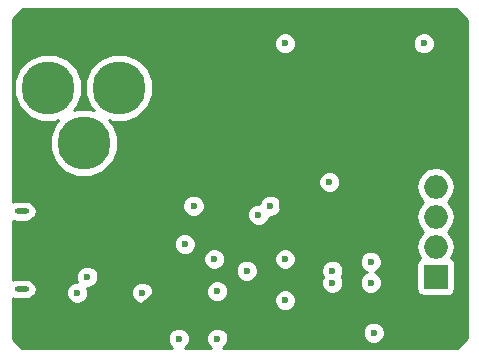
<source format=gbr>
G04 #@! TF.FileFunction,Copper,L2,Inr,Mixed*
%FSLAX46Y46*%
G04 Gerber Fmt 4.6, Leading zero omitted, Abs format (unit mm)*
G04 Created by KiCad (PCBNEW 4.0.4-stable) date 03/14/17 06:36:14*
%MOMM*%
%LPD*%
G01*
G04 APERTURE LIST*
%ADD10C,0.100000*%
%ADD11O,1.200000X0.500000*%
%ADD12C,4.500000*%
%ADD13O,1.998980X1.998980*%
%ADD14R,1.998980X1.998980*%
%ADD15C,0.600000*%
%ADD16C,0.250000*%
%ADD17C,0.254000*%
G04 APERTURE END LIST*
D10*
D11*
X25700000Y-38200000D03*
X25700000Y-44800000D03*
D12*
X33950140Y-27750000D03*
X27950660Y-27750000D03*
X30950400Y-32449000D03*
D13*
X60750000Y-36130000D03*
D14*
X60750000Y-43750000D03*
D13*
X60750000Y-41210000D03*
X60750000Y-38670000D03*
D15*
X51750000Y-35750000D03*
X40250000Y-37750000D03*
X46750000Y-37750000D03*
X45750000Y-38500000D03*
X31250000Y-43750000D03*
X39500000Y-41000000D03*
X42250000Y-49000000D03*
X48000000Y-45750000D03*
X52000000Y-43250000D03*
X59750000Y-24000000D03*
X48000000Y-24000000D03*
X55500000Y-48500000D03*
X47750000Y-37750000D03*
X48000000Y-44750000D03*
X46500000Y-46000000D03*
X41250000Y-49000000D03*
X31250000Y-46250000D03*
X34500000Y-36750000D03*
X39500000Y-42500000D03*
X42250000Y-45000000D03*
X48000000Y-42250000D03*
X55250000Y-44250000D03*
X42000000Y-42250000D03*
X55250000Y-42500000D03*
X44750000Y-43250000D03*
X52000000Y-44250000D03*
X39000000Y-49000000D03*
X35900000Y-45100000D03*
X30400000Y-45100000D03*
D16*
X46500000Y-46000000D02*
X46500000Y-41250000D01*
X47750000Y-40000000D02*
X47750000Y-37750000D01*
X46500000Y-41250000D02*
X47750000Y-40000000D01*
X46500000Y-46000000D02*
X46500000Y-45500000D01*
X47250000Y-44750000D02*
X48000000Y-44750000D01*
X46500000Y-45500000D02*
X47250000Y-44750000D01*
X41250000Y-49000000D02*
X41250000Y-48000000D01*
X46250000Y-46250000D02*
X46500000Y-46000000D01*
X43000000Y-46250000D02*
X46250000Y-46250000D01*
X41250000Y-48000000D02*
X43000000Y-46250000D01*
X41250000Y-49000000D02*
X41250000Y-44250000D01*
X41250000Y-44250000D02*
X39500000Y-42500000D01*
X31250000Y-46250000D02*
X35750000Y-46250000D01*
X35750000Y-46250000D02*
X39500000Y-42500000D01*
X34500000Y-36750000D02*
X34500000Y-37500000D01*
X34500000Y-37500000D02*
X39500000Y-42500000D01*
D17*
G36*
X63373000Y-22052606D02*
X63373000Y-48947394D01*
X62530394Y-49790000D01*
X42782065Y-49790000D01*
X43042192Y-49530327D01*
X43184838Y-49186799D01*
X43185162Y-48814833D01*
X43131586Y-48685167D01*
X54564838Y-48685167D01*
X54706883Y-49028943D01*
X54969673Y-49292192D01*
X55313201Y-49434838D01*
X55685167Y-49435162D01*
X56028943Y-49293117D01*
X56292192Y-49030327D01*
X56434838Y-48686799D01*
X56435162Y-48314833D01*
X56293117Y-47971057D01*
X56030327Y-47707808D01*
X55686799Y-47565162D01*
X55314833Y-47564838D01*
X54971057Y-47706883D01*
X54707808Y-47969673D01*
X54565162Y-48313201D01*
X54564838Y-48685167D01*
X43131586Y-48685167D01*
X43043117Y-48471057D01*
X42780327Y-48207808D01*
X42436799Y-48065162D01*
X42064833Y-48064838D01*
X41721057Y-48206883D01*
X41457808Y-48469673D01*
X41315162Y-48813201D01*
X41314838Y-49185167D01*
X41456883Y-49528943D01*
X41717485Y-49790000D01*
X39532065Y-49790000D01*
X39792192Y-49530327D01*
X39934838Y-49186799D01*
X39935162Y-48814833D01*
X39793117Y-48471057D01*
X39530327Y-48207808D01*
X39186799Y-48065162D01*
X38814833Y-48064838D01*
X38471057Y-48206883D01*
X38207808Y-48469673D01*
X38065162Y-48813201D01*
X38064838Y-49185167D01*
X38206883Y-49528943D01*
X38467485Y-49790000D01*
X25719606Y-49790000D01*
X24960000Y-49030394D01*
X24960000Y-45599505D01*
X24987130Y-45617633D01*
X25325805Y-45685000D01*
X26074195Y-45685000D01*
X26412870Y-45617633D01*
X26699985Y-45425790D01*
X26793945Y-45285167D01*
X29464838Y-45285167D01*
X29606883Y-45628943D01*
X29869673Y-45892192D01*
X30213201Y-46034838D01*
X30585167Y-46035162D01*
X30928943Y-45893117D01*
X31192192Y-45630327D01*
X31334838Y-45286799D01*
X31334839Y-45285167D01*
X34964838Y-45285167D01*
X35106883Y-45628943D01*
X35369673Y-45892192D01*
X35713201Y-46034838D01*
X36085167Y-46035162D01*
X36327173Y-45935167D01*
X47064838Y-45935167D01*
X47206883Y-46278943D01*
X47469673Y-46542192D01*
X47813201Y-46684838D01*
X48185167Y-46685162D01*
X48528943Y-46543117D01*
X48792192Y-46280327D01*
X48934838Y-45936799D01*
X48935162Y-45564833D01*
X48793117Y-45221057D01*
X48530327Y-44957808D01*
X48186799Y-44815162D01*
X47814833Y-44814838D01*
X47471057Y-44956883D01*
X47207808Y-45219673D01*
X47065162Y-45563201D01*
X47064838Y-45935167D01*
X36327173Y-45935167D01*
X36428943Y-45893117D01*
X36692192Y-45630327D01*
X36834838Y-45286799D01*
X36834926Y-45185167D01*
X41314838Y-45185167D01*
X41456883Y-45528943D01*
X41719673Y-45792192D01*
X42063201Y-45934838D01*
X42435167Y-45935162D01*
X42778943Y-45793117D01*
X43042192Y-45530327D01*
X43184838Y-45186799D01*
X43185162Y-44814833D01*
X43043117Y-44471057D01*
X42780327Y-44207808D01*
X42436799Y-44065162D01*
X42064833Y-44064838D01*
X41721057Y-44206883D01*
X41457808Y-44469673D01*
X41315162Y-44813201D01*
X41314838Y-45185167D01*
X36834926Y-45185167D01*
X36835162Y-44914833D01*
X36693117Y-44571057D01*
X36430327Y-44307808D01*
X36086799Y-44165162D01*
X35714833Y-44164838D01*
X35371057Y-44306883D01*
X35107808Y-44569673D01*
X34965162Y-44913201D01*
X34964838Y-45285167D01*
X31334839Y-45285167D01*
X31335162Y-44914833D01*
X31240194Y-44684992D01*
X31435167Y-44685162D01*
X31778943Y-44543117D01*
X32042192Y-44280327D01*
X32184838Y-43936799D01*
X32185162Y-43564833D01*
X32131586Y-43435167D01*
X43814838Y-43435167D01*
X43956883Y-43778943D01*
X44219673Y-44042192D01*
X44563201Y-44184838D01*
X44935167Y-44185162D01*
X45278943Y-44043117D01*
X45542192Y-43780327D01*
X45684838Y-43436799D01*
X45684839Y-43435167D01*
X51064838Y-43435167D01*
X51195069Y-43750351D01*
X51065162Y-44063201D01*
X51064838Y-44435167D01*
X51206883Y-44778943D01*
X51469673Y-45042192D01*
X51813201Y-45184838D01*
X52185167Y-45185162D01*
X52528943Y-45043117D01*
X52792192Y-44780327D01*
X52934838Y-44436799D01*
X52935162Y-44064833D01*
X52804931Y-43749649D01*
X52934838Y-43436799D01*
X52935162Y-43064833D01*
X52793117Y-42721057D01*
X52757290Y-42685167D01*
X54314838Y-42685167D01*
X54456883Y-43028943D01*
X54719673Y-43292192D01*
X54919162Y-43375028D01*
X54721057Y-43456883D01*
X54457808Y-43719673D01*
X54315162Y-44063201D01*
X54314838Y-44435167D01*
X54456883Y-44778943D01*
X54719673Y-45042192D01*
X55063201Y-45184838D01*
X55435167Y-45185162D01*
X55778943Y-45043117D01*
X56042192Y-44780327D01*
X56184838Y-44436799D01*
X56185162Y-44064833D01*
X56043117Y-43721057D01*
X55780327Y-43457808D01*
X55580838Y-43374972D01*
X55778943Y-43293117D01*
X56042192Y-43030327D01*
X56158382Y-42750510D01*
X59103070Y-42750510D01*
X59103070Y-44749490D01*
X59147348Y-44984807D01*
X59286420Y-45200931D01*
X59498620Y-45345921D01*
X59750510Y-45396930D01*
X61749490Y-45396930D01*
X61984807Y-45352652D01*
X62200931Y-45213580D01*
X62345921Y-45001380D01*
X62396930Y-44749490D01*
X62396930Y-42750510D01*
X62352652Y-42515193D01*
X62213580Y-42299069D01*
X62047527Y-42185610D01*
X62260072Y-41867514D01*
X62384490Y-41242022D01*
X62384490Y-41177978D01*
X62260072Y-40552486D01*
X61905759Y-40022219D01*
X61782710Y-39940000D01*
X61905759Y-39857781D01*
X62260072Y-39327514D01*
X62384490Y-38702022D01*
X62384490Y-38637978D01*
X62260072Y-38012486D01*
X61905759Y-37482219D01*
X61782710Y-37400000D01*
X61905759Y-37317781D01*
X62260072Y-36787514D01*
X62384490Y-36162022D01*
X62384490Y-36097978D01*
X62260072Y-35472486D01*
X61905759Y-34942219D01*
X61375492Y-34587906D01*
X60750000Y-34463488D01*
X60124508Y-34587906D01*
X59594241Y-34942219D01*
X59239928Y-35472486D01*
X59115510Y-36097978D01*
X59115510Y-36162022D01*
X59239928Y-36787514D01*
X59594241Y-37317781D01*
X59717290Y-37400000D01*
X59594241Y-37482219D01*
X59239928Y-38012486D01*
X59115510Y-38637978D01*
X59115510Y-38702022D01*
X59239928Y-39327514D01*
X59594241Y-39857781D01*
X59717290Y-39940000D01*
X59594241Y-40022219D01*
X59239928Y-40552486D01*
X59115510Y-41177978D01*
X59115510Y-41242022D01*
X59239928Y-41867514D01*
X59453453Y-42187077D01*
X59299069Y-42286420D01*
X59154079Y-42498620D01*
X59103070Y-42750510D01*
X56158382Y-42750510D01*
X56184838Y-42686799D01*
X56185162Y-42314833D01*
X56043117Y-41971057D01*
X55780327Y-41707808D01*
X55436799Y-41565162D01*
X55064833Y-41564838D01*
X54721057Y-41706883D01*
X54457808Y-41969673D01*
X54315162Y-42313201D01*
X54314838Y-42685167D01*
X52757290Y-42685167D01*
X52530327Y-42457808D01*
X52186799Y-42315162D01*
X51814833Y-42314838D01*
X51471057Y-42456883D01*
X51207808Y-42719673D01*
X51065162Y-43063201D01*
X51064838Y-43435167D01*
X45684839Y-43435167D01*
X45685162Y-43064833D01*
X45543117Y-42721057D01*
X45280327Y-42457808D01*
X45225802Y-42435167D01*
X47064838Y-42435167D01*
X47206883Y-42778943D01*
X47469673Y-43042192D01*
X47813201Y-43184838D01*
X48185167Y-43185162D01*
X48528943Y-43043117D01*
X48792192Y-42780327D01*
X48934838Y-42436799D01*
X48935162Y-42064833D01*
X48793117Y-41721057D01*
X48530327Y-41457808D01*
X48186799Y-41315162D01*
X47814833Y-41314838D01*
X47471057Y-41456883D01*
X47207808Y-41719673D01*
X47065162Y-42063201D01*
X47064838Y-42435167D01*
X45225802Y-42435167D01*
X44936799Y-42315162D01*
X44564833Y-42314838D01*
X44221057Y-42456883D01*
X43957808Y-42719673D01*
X43815162Y-43063201D01*
X43814838Y-43435167D01*
X32131586Y-43435167D01*
X32043117Y-43221057D01*
X31780327Y-42957808D01*
X31436799Y-42815162D01*
X31064833Y-42814838D01*
X30721057Y-42956883D01*
X30457808Y-43219673D01*
X30315162Y-43563201D01*
X30314838Y-43935167D01*
X30409806Y-44165008D01*
X30214833Y-44164838D01*
X29871057Y-44306883D01*
X29607808Y-44569673D01*
X29465162Y-44913201D01*
X29464838Y-45285167D01*
X26793945Y-45285167D01*
X26891828Y-45138675D01*
X26959195Y-44800000D01*
X26891828Y-44461325D01*
X26699985Y-44174210D01*
X26412870Y-43982367D01*
X26074195Y-43915000D01*
X25325805Y-43915000D01*
X24987130Y-43982367D01*
X24960000Y-44000495D01*
X24960000Y-42435167D01*
X41064838Y-42435167D01*
X41206883Y-42778943D01*
X41469673Y-43042192D01*
X41813201Y-43184838D01*
X42185167Y-43185162D01*
X42528943Y-43043117D01*
X42792192Y-42780327D01*
X42934838Y-42436799D01*
X42935162Y-42064833D01*
X42793117Y-41721057D01*
X42530327Y-41457808D01*
X42186799Y-41315162D01*
X41814833Y-41314838D01*
X41471057Y-41456883D01*
X41207808Y-41719673D01*
X41065162Y-42063201D01*
X41064838Y-42435167D01*
X24960000Y-42435167D01*
X24960000Y-41185167D01*
X38564838Y-41185167D01*
X38706883Y-41528943D01*
X38969673Y-41792192D01*
X39313201Y-41934838D01*
X39685167Y-41935162D01*
X40028943Y-41793117D01*
X40292192Y-41530327D01*
X40434838Y-41186799D01*
X40435162Y-40814833D01*
X40293117Y-40471057D01*
X40030327Y-40207808D01*
X39686799Y-40065162D01*
X39314833Y-40064838D01*
X38971057Y-40206883D01*
X38707808Y-40469673D01*
X38565162Y-40813201D01*
X38564838Y-41185167D01*
X24960000Y-41185167D01*
X24960000Y-38999505D01*
X24987130Y-39017633D01*
X25325805Y-39085000D01*
X26074195Y-39085000D01*
X26412870Y-39017633D01*
X26699985Y-38825790D01*
X26793945Y-38685167D01*
X44814838Y-38685167D01*
X44956883Y-39028943D01*
X45219673Y-39292192D01*
X45563201Y-39434838D01*
X45935167Y-39435162D01*
X46278943Y-39293117D01*
X46542192Y-39030327D01*
X46684838Y-38686799D01*
X46684840Y-38684944D01*
X46935167Y-38685162D01*
X47278943Y-38543117D01*
X47542192Y-38280327D01*
X47684838Y-37936799D01*
X47685162Y-37564833D01*
X47543117Y-37221057D01*
X47280327Y-36957808D01*
X46936799Y-36815162D01*
X46564833Y-36814838D01*
X46221057Y-36956883D01*
X45957808Y-37219673D01*
X45815162Y-37563201D01*
X45815160Y-37565056D01*
X45564833Y-37564838D01*
X45221057Y-37706883D01*
X44957808Y-37969673D01*
X44815162Y-38313201D01*
X44814838Y-38685167D01*
X26793945Y-38685167D01*
X26891828Y-38538675D01*
X26959195Y-38200000D01*
X26906517Y-37935167D01*
X39314838Y-37935167D01*
X39456883Y-38278943D01*
X39719673Y-38542192D01*
X40063201Y-38684838D01*
X40435167Y-38685162D01*
X40778943Y-38543117D01*
X41042192Y-38280327D01*
X41184838Y-37936799D01*
X41185162Y-37564833D01*
X41043117Y-37221057D01*
X40780327Y-36957808D01*
X40436799Y-36815162D01*
X40064833Y-36814838D01*
X39721057Y-36956883D01*
X39457808Y-37219673D01*
X39315162Y-37563201D01*
X39314838Y-37935167D01*
X26906517Y-37935167D01*
X26891828Y-37861325D01*
X26699985Y-37574210D01*
X26412870Y-37382367D01*
X26074195Y-37315000D01*
X25325805Y-37315000D01*
X24987130Y-37382367D01*
X24960000Y-37400495D01*
X24960000Y-35935167D01*
X50814838Y-35935167D01*
X50956883Y-36278943D01*
X51219673Y-36542192D01*
X51563201Y-36684838D01*
X51935167Y-36685162D01*
X52278943Y-36543117D01*
X52542192Y-36280327D01*
X52684838Y-35936799D01*
X52685162Y-35564833D01*
X52543117Y-35221057D01*
X52280327Y-34957808D01*
X51936799Y-34815162D01*
X51564833Y-34814838D01*
X51221057Y-34956883D01*
X50957808Y-35219673D01*
X50815162Y-35563201D01*
X50814838Y-35935167D01*
X24960000Y-35935167D01*
X24960000Y-28321344D01*
X25065161Y-28321344D01*
X25503450Y-29382086D01*
X26314305Y-30194357D01*
X27374280Y-30634498D01*
X28522004Y-30635499D01*
X28797550Y-30521646D01*
X28506043Y-30812645D01*
X28065902Y-31872620D01*
X28064901Y-33020344D01*
X28503190Y-34081086D01*
X29314045Y-34893357D01*
X30374020Y-35333498D01*
X31521744Y-35334499D01*
X32582486Y-34896210D01*
X33394757Y-34085355D01*
X33834898Y-33025380D01*
X33835899Y-31877656D01*
X33397610Y-30816914D01*
X33103475Y-30522266D01*
X33373760Y-30634498D01*
X34521484Y-30635499D01*
X35582226Y-30197210D01*
X36394497Y-29386355D01*
X36834638Y-28326380D01*
X36835639Y-27178656D01*
X36397350Y-26117914D01*
X35586495Y-25305643D01*
X34526520Y-24865502D01*
X33378796Y-24864501D01*
X32318054Y-25302790D01*
X31505783Y-26113645D01*
X31065642Y-27173620D01*
X31064641Y-28321344D01*
X31502930Y-29382086D01*
X31797065Y-29676734D01*
X31526780Y-29564502D01*
X30379056Y-29563501D01*
X30103510Y-29677354D01*
X30395017Y-29386355D01*
X30835158Y-28326380D01*
X30836159Y-27178656D01*
X30397870Y-26117914D01*
X29587015Y-25305643D01*
X28527040Y-24865502D01*
X27379316Y-24864501D01*
X26318574Y-25302790D01*
X25506303Y-26113645D01*
X25066162Y-27173620D01*
X25065161Y-28321344D01*
X24960000Y-28321344D01*
X24960000Y-24185167D01*
X47064838Y-24185167D01*
X47206883Y-24528943D01*
X47469673Y-24792192D01*
X47813201Y-24934838D01*
X48185167Y-24935162D01*
X48528943Y-24793117D01*
X48792192Y-24530327D01*
X48934838Y-24186799D01*
X48934839Y-24185167D01*
X58814838Y-24185167D01*
X58956883Y-24528943D01*
X59219673Y-24792192D01*
X59563201Y-24934838D01*
X59935167Y-24935162D01*
X60278943Y-24793117D01*
X60542192Y-24530327D01*
X60684838Y-24186799D01*
X60685162Y-23814833D01*
X60543117Y-23471057D01*
X60280327Y-23207808D01*
X59936799Y-23065162D01*
X59564833Y-23064838D01*
X59221057Y-23206883D01*
X58957808Y-23469673D01*
X58815162Y-23813201D01*
X58814838Y-24185167D01*
X48934839Y-24185167D01*
X48935162Y-23814833D01*
X48793117Y-23471057D01*
X48530327Y-23207808D01*
X48186799Y-23065162D01*
X47814833Y-23064838D01*
X47471057Y-23206883D01*
X47207808Y-23469673D01*
X47065162Y-23813201D01*
X47064838Y-24185167D01*
X24960000Y-24185167D01*
X24960000Y-21969606D01*
X25802606Y-21127000D01*
X62447394Y-21127000D01*
X63373000Y-22052606D01*
X63373000Y-22052606D01*
G37*
X63373000Y-22052606D02*
X63373000Y-48947394D01*
X62530394Y-49790000D01*
X42782065Y-49790000D01*
X43042192Y-49530327D01*
X43184838Y-49186799D01*
X43185162Y-48814833D01*
X43131586Y-48685167D01*
X54564838Y-48685167D01*
X54706883Y-49028943D01*
X54969673Y-49292192D01*
X55313201Y-49434838D01*
X55685167Y-49435162D01*
X56028943Y-49293117D01*
X56292192Y-49030327D01*
X56434838Y-48686799D01*
X56435162Y-48314833D01*
X56293117Y-47971057D01*
X56030327Y-47707808D01*
X55686799Y-47565162D01*
X55314833Y-47564838D01*
X54971057Y-47706883D01*
X54707808Y-47969673D01*
X54565162Y-48313201D01*
X54564838Y-48685167D01*
X43131586Y-48685167D01*
X43043117Y-48471057D01*
X42780327Y-48207808D01*
X42436799Y-48065162D01*
X42064833Y-48064838D01*
X41721057Y-48206883D01*
X41457808Y-48469673D01*
X41315162Y-48813201D01*
X41314838Y-49185167D01*
X41456883Y-49528943D01*
X41717485Y-49790000D01*
X39532065Y-49790000D01*
X39792192Y-49530327D01*
X39934838Y-49186799D01*
X39935162Y-48814833D01*
X39793117Y-48471057D01*
X39530327Y-48207808D01*
X39186799Y-48065162D01*
X38814833Y-48064838D01*
X38471057Y-48206883D01*
X38207808Y-48469673D01*
X38065162Y-48813201D01*
X38064838Y-49185167D01*
X38206883Y-49528943D01*
X38467485Y-49790000D01*
X25719606Y-49790000D01*
X24960000Y-49030394D01*
X24960000Y-45599505D01*
X24987130Y-45617633D01*
X25325805Y-45685000D01*
X26074195Y-45685000D01*
X26412870Y-45617633D01*
X26699985Y-45425790D01*
X26793945Y-45285167D01*
X29464838Y-45285167D01*
X29606883Y-45628943D01*
X29869673Y-45892192D01*
X30213201Y-46034838D01*
X30585167Y-46035162D01*
X30928943Y-45893117D01*
X31192192Y-45630327D01*
X31334838Y-45286799D01*
X31334839Y-45285167D01*
X34964838Y-45285167D01*
X35106883Y-45628943D01*
X35369673Y-45892192D01*
X35713201Y-46034838D01*
X36085167Y-46035162D01*
X36327173Y-45935167D01*
X47064838Y-45935167D01*
X47206883Y-46278943D01*
X47469673Y-46542192D01*
X47813201Y-46684838D01*
X48185167Y-46685162D01*
X48528943Y-46543117D01*
X48792192Y-46280327D01*
X48934838Y-45936799D01*
X48935162Y-45564833D01*
X48793117Y-45221057D01*
X48530327Y-44957808D01*
X48186799Y-44815162D01*
X47814833Y-44814838D01*
X47471057Y-44956883D01*
X47207808Y-45219673D01*
X47065162Y-45563201D01*
X47064838Y-45935167D01*
X36327173Y-45935167D01*
X36428943Y-45893117D01*
X36692192Y-45630327D01*
X36834838Y-45286799D01*
X36834926Y-45185167D01*
X41314838Y-45185167D01*
X41456883Y-45528943D01*
X41719673Y-45792192D01*
X42063201Y-45934838D01*
X42435167Y-45935162D01*
X42778943Y-45793117D01*
X43042192Y-45530327D01*
X43184838Y-45186799D01*
X43185162Y-44814833D01*
X43043117Y-44471057D01*
X42780327Y-44207808D01*
X42436799Y-44065162D01*
X42064833Y-44064838D01*
X41721057Y-44206883D01*
X41457808Y-44469673D01*
X41315162Y-44813201D01*
X41314838Y-45185167D01*
X36834926Y-45185167D01*
X36835162Y-44914833D01*
X36693117Y-44571057D01*
X36430327Y-44307808D01*
X36086799Y-44165162D01*
X35714833Y-44164838D01*
X35371057Y-44306883D01*
X35107808Y-44569673D01*
X34965162Y-44913201D01*
X34964838Y-45285167D01*
X31334839Y-45285167D01*
X31335162Y-44914833D01*
X31240194Y-44684992D01*
X31435167Y-44685162D01*
X31778943Y-44543117D01*
X32042192Y-44280327D01*
X32184838Y-43936799D01*
X32185162Y-43564833D01*
X32131586Y-43435167D01*
X43814838Y-43435167D01*
X43956883Y-43778943D01*
X44219673Y-44042192D01*
X44563201Y-44184838D01*
X44935167Y-44185162D01*
X45278943Y-44043117D01*
X45542192Y-43780327D01*
X45684838Y-43436799D01*
X45684839Y-43435167D01*
X51064838Y-43435167D01*
X51195069Y-43750351D01*
X51065162Y-44063201D01*
X51064838Y-44435167D01*
X51206883Y-44778943D01*
X51469673Y-45042192D01*
X51813201Y-45184838D01*
X52185167Y-45185162D01*
X52528943Y-45043117D01*
X52792192Y-44780327D01*
X52934838Y-44436799D01*
X52935162Y-44064833D01*
X52804931Y-43749649D01*
X52934838Y-43436799D01*
X52935162Y-43064833D01*
X52793117Y-42721057D01*
X52757290Y-42685167D01*
X54314838Y-42685167D01*
X54456883Y-43028943D01*
X54719673Y-43292192D01*
X54919162Y-43375028D01*
X54721057Y-43456883D01*
X54457808Y-43719673D01*
X54315162Y-44063201D01*
X54314838Y-44435167D01*
X54456883Y-44778943D01*
X54719673Y-45042192D01*
X55063201Y-45184838D01*
X55435167Y-45185162D01*
X55778943Y-45043117D01*
X56042192Y-44780327D01*
X56184838Y-44436799D01*
X56185162Y-44064833D01*
X56043117Y-43721057D01*
X55780327Y-43457808D01*
X55580838Y-43374972D01*
X55778943Y-43293117D01*
X56042192Y-43030327D01*
X56158382Y-42750510D01*
X59103070Y-42750510D01*
X59103070Y-44749490D01*
X59147348Y-44984807D01*
X59286420Y-45200931D01*
X59498620Y-45345921D01*
X59750510Y-45396930D01*
X61749490Y-45396930D01*
X61984807Y-45352652D01*
X62200931Y-45213580D01*
X62345921Y-45001380D01*
X62396930Y-44749490D01*
X62396930Y-42750510D01*
X62352652Y-42515193D01*
X62213580Y-42299069D01*
X62047527Y-42185610D01*
X62260072Y-41867514D01*
X62384490Y-41242022D01*
X62384490Y-41177978D01*
X62260072Y-40552486D01*
X61905759Y-40022219D01*
X61782710Y-39940000D01*
X61905759Y-39857781D01*
X62260072Y-39327514D01*
X62384490Y-38702022D01*
X62384490Y-38637978D01*
X62260072Y-38012486D01*
X61905759Y-37482219D01*
X61782710Y-37400000D01*
X61905759Y-37317781D01*
X62260072Y-36787514D01*
X62384490Y-36162022D01*
X62384490Y-36097978D01*
X62260072Y-35472486D01*
X61905759Y-34942219D01*
X61375492Y-34587906D01*
X60750000Y-34463488D01*
X60124508Y-34587906D01*
X59594241Y-34942219D01*
X59239928Y-35472486D01*
X59115510Y-36097978D01*
X59115510Y-36162022D01*
X59239928Y-36787514D01*
X59594241Y-37317781D01*
X59717290Y-37400000D01*
X59594241Y-37482219D01*
X59239928Y-38012486D01*
X59115510Y-38637978D01*
X59115510Y-38702022D01*
X59239928Y-39327514D01*
X59594241Y-39857781D01*
X59717290Y-39940000D01*
X59594241Y-40022219D01*
X59239928Y-40552486D01*
X59115510Y-41177978D01*
X59115510Y-41242022D01*
X59239928Y-41867514D01*
X59453453Y-42187077D01*
X59299069Y-42286420D01*
X59154079Y-42498620D01*
X59103070Y-42750510D01*
X56158382Y-42750510D01*
X56184838Y-42686799D01*
X56185162Y-42314833D01*
X56043117Y-41971057D01*
X55780327Y-41707808D01*
X55436799Y-41565162D01*
X55064833Y-41564838D01*
X54721057Y-41706883D01*
X54457808Y-41969673D01*
X54315162Y-42313201D01*
X54314838Y-42685167D01*
X52757290Y-42685167D01*
X52530327Y-42457808D01*
X52186799Y-42315162D01*
X51814833Y-42314838D01*
X51471057Y-42456883D01*
X51207808Y-42719673D01*
X51065162Y-43063201D01*
X51064838Y-43435167D01*
X45684839Y-43435167D01*
X45685162Y-43064833D01*
X45543117Y-42721057D01*
X45280327Y-42457808D01*
X45225802Y-42435167D01*
X47064838Y-42435167D01*
X47206883Y-42778943D01*
X47469673Y-43042192D01*
X47813201Y-43184838D01*
X48185167Y-43185162D01*
X48528943Y-43043117D01*
X48792192Y-42780327D01*
X48934838Y-42436799D01*
X48935162Y-42064833D01*
X48793117Y-41721057D01*
X48530327Y-41457808D01*
X48186799Y-41315162D01*
X47814833Y-41314838D01*
X47471057Y-41456883D01*
X47207808Y-41719673D01*
X47065162Y-42063201D01*
X47064838Y-42435167D01*
X45225802Y-42435167D01*
X44936799Y-42315162D01*
X44564833Y-42314838D01*
X44221057Y-42456883D01*
X43957808Y-42719673D01*
X43815162Y-43063201D01*
X43814838Y-43435167D01*
X32131586Y-43435167D01*
X32043117Y-43221057D01*
X31780327Y-42957808D01*
X31436799Y-42815162D01*
X31064833Y-42814838D01*
X30721057Y-42956883D01*
X30457808Y-43219673D01*
X30315162Y-43563201D01*
X30314838Y-43935167D01*
X30409806Y-44165008D01*
X30214833Y-44164838D01*
X29871057Y-44306883D01*
X29607808Y-44569673D01*
X29465162Y-44913201D01*
X29464838Y-45285167D01*
X26793945Y-45285167D01*
X26891828Y-45138675D01*
X26959195Y-44800000D01*
X26891828Y-44461325D01*
X26699985Y-44174210D01*
X26412870Y-43982367D01*
X26074195Y-43915000D01*
X25325805Y-43915000D01*
X24987130Y-43982367D01*
X24960000Y-44000495D01*
X24960000Y-42435167D01*
X41064838Y-42435167D01*
X41206883Y-42778943D01*
X41469673Y-43042192D01*
X41813201Y-43184838D01*
X42185167Y-43185162D01*
X42528943Y-43043117D01*
X42792192Y-42780327D01*
X42934838Y-42436799D01*
X42935162Y-42064833D01*
X42793117Y-41721057D01*
X42530327Y-41457808D01*
X42186799Y-41315162D01*
X41814833Y-41314838D01*
X41471057Y-41456883D01*
X41207808Y-41719673D01*
X41065162Y-42063201D01*
X41064838Y-42435167D01*
X24960000Y-42435167D01*
X24960000Y-41185167D01*
X38564838Y-41185167D01*
X38706883Y-41528943D01*
X38969673Y-41792192D01*
X39313201Y-41934838D01*
X39685167Y-41935162D01*
X40028943Y-41793117D01*
X40292192Y-41530327D01*
X40434838Y-41186799D01*
X40435162Y-40814833D01*
X40293117Y-40471057D01*
X40030327Y-40207808D01*
X39686799Y-40065162D01*
X39314833Y-40064838D01*
X38971057Y-40206883D01*
X38707808Y-40469673D01*
X38565162Y-40813201D01*
X38564838Y-41185167D01*
X24960000Y-41185167D01*
X24960000Y-38999505D01*
X24987130Y-39017633D01*
X25325805Y-39085000D01*
X26074195Y-39085000D01*
X26412870Y-39017633D01*
X26699985Y-38825790D01*
X26793945Y-38685167D01*
X44814838Y-38685167D01*
X44956883Y-39028943D01*
X45219673Y-39292192D01*
X45563201Y-39434838D01*
X45935167Y-39435162D01*
X46278943Y-39293117D01*
X46542192Y-39030327D01*
X46684838Y-38686799D01*
X46684840Y-38684944D01*
X46935167Y-38685162D01*
X47278943Y-38543117D01*
X47542192Y-38280327D01*
X47684838Y-37936799D01*
X47685162Y-37564833D01*
X47543117Y-37221057D01*
X47280327Y-36957808D01*
X46936799Y-36815162D01*
X46564833Y-36814838D01*
X46221057Y-36956883D01*
X45957808Y-37219673D01*
X45815162Y-37563201D01*
X45815160Y-37565056D01*
X45564833Y-37564838D01*
X45221057Y-37706883D01*
X44957808Y-37969673D01*
X44815162Y-38313201D01*
X44814838Y-38685167D01*
X26793945Y-38685167D01*
X26891828Y-38538675D01*
X26959195Y-38200000D01*
X26906517Y-37935167D01*
X39314838Y-37935167D01*
X39456883Y-38278943D01*
X39719673Y-38542192D01*
X40063201Y-38684838D01*
X40435167Y-38685162D01*
X40778943Y-38543117D01*
X41042192Y-38280327D01*
X41184838Y-37936799D01*
X41185162Y-37564833D01*
X41043117Y-37221057D01*
X40780327Y-36957808D01*
X40436799Y-36815162D01*
X40064833Y-36814838D01*
X39721057Y-36956883D01*
X39457808Y-37219673D01*
X39315162Y-37563201D01*
X39314838Y-37935167D01*
X26906517Y-37935167D01*
X26891828Y-37861325D01*
X26699985Y-37574210D01*
X26412870Y-37382367D01*
X26074195Y-37315000D01*
X25325805Y-37315000D01*
X24987130Y-37382367D01*
X24960000Y-37400495D01*
X24960000Y-35935167D01*
X50814838Y-35935167D01*
X50956883Y-36278943D01*
X51219673Y-36542192D01*
X51563201Y-36684838D01*
X51935167Y-36685162D01*
X52278943Y-36543117D01*
X52542192Y-36280327D01*
X52684838Y-35936799D01*
X52685162Y-35564833D01*
X52543117Y-35221057D01*
X52280327Y-34957808D01*
X51936799Y-34815162D01*
X51564833Y-34814838D01*
X51221057Y-34956883D01*
X50957808Y-35219673D01*
X50815162Y-35563201D01*
X50814838Y-35935167D01*
X24960000Y-35935167D01*
X24960000Y-28321344D01*
X25065161Y-28321344D01*
X25503450Y-29382086D01*
X26314305Y-30194357D01*
X27374280Y-30634498D01*
X28522004Y-30635499D01*
X28797550Y-30521646D01*
X28506043Y-30812645D01*
X28065902Y-31872620D01*
X28064901Y-33020344D01*
X28503190Y-34081086D01*
X29314045Y-34893357D01*
X30374020Y-35333498D01*
X31521744Y-35334499D01*
X32582486Y-34896210D01*
X33394757Y-34085355D01*
X33834898Y-33025380D01*
X33835899Y-31877656D01*
X33397610Y-30816914D01*
X33103475Y-30522266D01*
X33373760Y-30634498D01*
X34521484Y-30635499D01*
X35582226Y-30197210D01*
X36394497Y-29386355D01*
X36834638Y-28326380D01*
X36835639Y-27178656D01*
X36397350Y-26117914D01*
X35586495Y-25305643D01*
X34526520Y-24865502D01*
X33378796Y-24864501D01*
X32318054Y-25302790D01*
X31505783Y-26113645D01*
X31065642Y-27173620D01*
X31064641Y-28321344D01*
X31502930Y-29382086D01*
X31797065Y-29676734D01*
X31526780Y-29564502D01*
X30379056Y-29563501D01*
X30103510Y-29677354D01*
X30395017Y-29386355D01*
X30835158Y-28326380D01*
X30836159Y-27178656D01*
X30397870Y-26117914D01*
X29587015Y-25305643D01*
X28527040Y-24865502D01*
X27379316Y-24864501D01*
X26318574Y-25302790D01*
X25506303Y-26113645D01*
X25066162Y-27173620D01*
X25065161Y-28321344D01*
X24960000Y-28321344D01*
X24960000Y-24185167D01*
X47064838Y-24185167D01*
X47206883Y-24528943D01*
X47469673Y-24792192D01*
X47813201Y-24934838D01*
X48185167Y-24935162D01*
X48528943Y-24793117D01*
X48792192Y-24530327D01*
X48934838Y-24186799D01*
X48934839Y-24185167D01*
X58814838Y-24185167D01*
X58956883Y-24528943D01*
X59219673Y-24792192D01*
X59563201Y-24934838D01*
X59935167Y-24935162D01*
X60278943Y-24793117D01*
X60542192Y-24530327D01*
X60684838Y-24186799D01*
X60685162Y-23814833D01*
X60543117Y-23471057D01*
X60280327Y-23207808D01*
X59936799Y-23065162D01*
X59564833Y-23064838D01*
X59221057Y-23206883D01*
X58957808Y-23469673D01*
X58815162Y-23813201D01*
X58814838Y-24185167D01*
X48934839Y-24185167D01*
X48935162Y-23814833D01*
X48793117Y-23471057D01*
X48530327Y-23207808D01*
X48186799Y-23065162D01*
X47814833Y-23064838D01*
X47471057Y-23206883D01*
X47207808Y-23469673D01*
X47065162Y-23813201D01*
X47064838Y-24185167D01*
X24960000Y-24185167D01*
X24960000Y-21969606D01*
X25802606Y-21127000D01*
X62447394Y-21127000D01*
X63373000Y-22052606D01*
M02*

</source>
